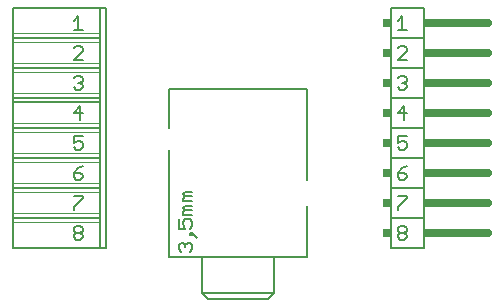
<source format=gbr>
G04 EAGLE Gerber X2 export*
G04 #@! %TF.Part,Single*
G04 #@! %TF.FileFunction,Legend,Top,1*
G04 #@! %TF.FilePolarity,Positive*
G04 #@! %TF.GenerationSoftware,Autodesk,EAGLE,9.0.0*
G04 #@! %TF.CreationDate,2019-08-08T19:06:15Z*
G75*
%MOMM*%
%FSLAX34Y34*%
%LPD*%
%AMOC8*
5,1,8,0,0,1.08239X$1,22.5*%
G01*
%ADD10C,0.152400*%
%ADD11C,0.127000*%
%ADD12C,0.050800*%
%ADD13C,0.660400*%
%ADD14R,0.762000X0.660400*%
%ADD15R,0.660400X0.660400*%


D10*
X274320Y5080D02*
X246380Y5080D01*
X274320Y147320D02*
X157480Y147320D01*
X185420Y5080D02*
X185420Y-25400D01*
X246380Y-25400D02*
X246380Y5080D01*
X185420Y5080D01*
X157480Y5080D01*
X185420Y-25400D02*
X190500Y-30480D01*
X241300Y-30480D02*
X246380Y-25400D01*
X241300Y-30480D02*
X190500Y-30480D01*
X185420Y-25400D02*
X246380Y-25400D01*
X274320Y5080D02*
X274320Y48260D01*
X274320Y69850D02*
X274320Y147320D01*
X157480Y147320D02*
X157480Y114300D01*
X157480Y95250D02*
X157480Y5080D01*
D11*
X165725Y11432D02*
X167632Y9525D01*
X165725Y11432D02*
X165725Y15245D01*
X167632Y17152D01*
X169539Y17152D01*
X171445Y15245D01*
X171445Y13338D01*
X171445Y15245D02*
X173352Y17152D01*
X175258Y17152D01*
X177165Y15245D01*
X177165Y11432D01*
X175258Y9525D01*
X180978Y21219D02*
X177165Y25032D01*
X175258Y25032D01*
X175258Y23126D01*
X177165Y23126D01*
X177165Y25032D01*
X165725Y29015D02*
X165725Y36641D01*
X165725Y29015D02*
X171445Y29015D01*
X169539Y32828D01*
X169539Y34735D01*
X171445Y36641D01*
X175258Y36641D01*
X177165Y34735D01*
X177165Y30922D01*
X175258Y29015D01*
X177165Y40709D02*
X169539Y40709D01*
X169539Y42616D01*
X171445Y44522D01*
X177165Y44522D01*
X171445Y44522D02*
X169539Y46429D01*
X171445Y48335D01*
X177165Y48335D01*
X177165Y52403D02*
X169539Y52403D01*
X169539Y54310D01*
X171445Y56216D01*
X177165Y56216D01*
X171445Y56216D02*
X169539Y58123D01*
X171445Y60029D01*
X177165Y60029D01*
D10*
X104140Y12700D02*
X99060Y12700D01*
X25400Y12700D01*
X25400Y34290D01*
X25400Y38100D01*
X25400Y41910D01*
X25400Y59690D01*
X25400Y63500D01*
X25400Y67310D01*
X25400Y85090D01*
X25400Y88900D01*
X25400Y92710D01*
X25400Y110490D01*
X25400Y114300D01*
X25400Y118110D01*
X25400Y135890D01*
X25400Y139700D02*
X99060Y139700D01*
X99060Y34290D02*
X99060Y12700D01*
X99060Y34290D02*
X99060Y38100D01*
X99060Y41910D01*
X99060Y59690D01*
X99060Y63500D01*
X99060Y67310D01*
X99060Y85090D01*
X99060Y88900D01*
X99060Y92710D01*
X99060Y110490D01*
X99060Y114300D01*
X99060Y118110D01*
X99060Y135890D01*
X99060Y139700D01*
X99060Y114300D02*
X25400Y114300D01*
X25400Y88900D02*
X99060Y88900D01*
X99060Y63500D02*
X25400Y63500D01*
X25400Y38100D02*
X99060Y38100D01*
D12*
X99060Y34290D02*
X25400Y34290D01*
X25400Y41910D02*
X99060Y41910D01*
X99060Y59690D02*
X25400Y59690D01*
X25400Y67310D02*
X99060Y67310D01*
X99060Y85090D02*
X25400Y85090D01*
X25400Y92710D02*
X99060Y92710D01*
X99060Y110490D02*
X25400Y110490D01*
X25400Y118110D02*
X99060Y118110D01*
D10*
X99060Y135890D02*
X25400Y135890D01*
X25400Y139700D01*
X25400Y143510D01*
D12*
X99060Y143510D01*
D10*
X104140Y215900D02*
X104140Y12700D01*
X25400Y143510D02*
X25400Y161290D01*
X25400Y165100D02*
X99060Y165100D01*
X99060Y143510D02*
X99060Y139700D01*
X99060Y143510D02*
X99060Y161290D01*
X99060Y165100D01*
D12*
X99060Y161290D02*
X25400Y161290D01*
D10*
X25400Y165100D01*
X25400Y168910D01*
X25400Y186690D01*
X25400Y190500D01*
X99060Y190500D01*
D12*
X99060Y168910D02*
X25400Y168910D01*
D10*
X99060Y168910D02*
X99060Y165100D01*
X99060Y168910D02*
X99060Y186690D01*
X99060Y190500D01*
X25400Y190500D02*
X25400Y194310D01*
X25400Y215900D01*
X99060Y215900D01*
X104140Y215900D01*
X99060Y194310D02*
X99060Y190500D01*
X99060Y194310D02*
X99060Y215900D01*
D12*
X99060Y194310D02*
X25400Y194310D01*
X25400Y186690D02*
X99060Y186690D01*
D11*
X84462Y172085D02*
X76835Y172085D01*
X84462Y179712D01*
X84462Y181618D01*
X82555Y183525D01*
X78742Y183525D01*
X76835Y181618D01*
X78742Y31125D02*
X76835Y29218D01*
X78742Y31125D02*
X82555Y31125D01*
X84462Y29218D01*
X84462Y27312D01*
X82555Y25405D01*
X84462Y23498D01*
X84462Y21592D01*
X82555Y19685D01*
X78742Y19685D01*
X76835Y21592D01*
X76835Y23498D01*
X78742Y25405D01*
X76835Y27312D01*
X76835Y29218D01*
X78742Y25405D02*
X82555Y25405D01*
X76835Y156218D02*
X78742Y158125D01*
X82555Y158125D01*
X84462Y156218D01*
X84462Y154312D01*
X82555Y152405D01*
X80648Y152405D01*
X82555Y152405D02*
X84462Y150498D01*
X84462Y148592D01*
X82555Y146685D01*
X78742Y146685D01*
X76835Y148592D01*
X82555Y132725D02*
X82555Y121285D01*
X76835Y127005D02*
X82555Y132725D01*
X84462Y127005D02*
X76835Y127005D01*
X76835Y107325D02*
X84462Y107325D01*
X76835Y107325D02*
X76835Y101605D01*
X80648Y103512D01*
X82555Y103512D01*
X84462Y101605D01*
X84462Y97792D01*
X82555Y95885D01*
X78742Y95885D01*
X76835Y97792D01*
X84462Y81925D02*
X80648Y80018D01*
X76835Y76205D01*
X76835Y72392D01*
X78742Y70485D01*
X82555Y70485D01*
X84462Y72392D01*
X84462Y74298D01*
X82555Y76205D01*
X76835Y76205D01*
X76835Y56525D02*
X84462Y56525D01*
X84462Y54618D01*
X76835Y46992D01*
X76835Y45085D01*
X76835Y205112D02*
X80648Y208925D01*
X80648Y197485D01*
X76835Y197485D02*
X84462Y197485D01*
D10*
X345440Y12700D02*
X373380Y12700D01*
X345440Y12700D02*
X345440Y38100D01*
X373380Y38100D02*
X373380Y12700D01*
X373380Y63500D02*
X345440Y63500D01*
X373380Y63500D02*
X373380Y88900D01*
X373380Y38100D02*
X345440Y38100D01*
X345440Y63500D01*
X373380Y63500D02*
X373380Y38100D01*
D13*
X381000Y76200D02*
X427990Y76200D01*
X427990Y50800D02*
X381000Y50800D01*
X381000Y25400D02*
X427990Y25400D01*
D10*
X345440Y63500D02*
X345440Y88900D01*
X345440Y114300D01*
X373380Y114300D01*
X345440Y114300D02*
X345440Y139700D01*
X373380Y139700D01*
X373380Y114300D01*
X373380Y88900D02*
X345440Y88900D01*
X373380Y88900D02*
X373380Y114300D01*
X345440Y139700D02*
X345440Y165100D01*
X373380Y165100D02*
X373380Y139700D01*
X373380Y190500D02*
X345440Y190500D01*
X345440Y215900D01*
X373380Y215900D01*
X373380Y190500D01*
X373380Y165100D02*
X345440Y165100D01*
X345440Y190500D01*
X373380Y190500D02*
X373380Y165100D01*
D13*
X381000Y203200D02*
X427990Y203200D01*
X427990Y177800D02*
X381000Y177800D01*
X381000Y152400D02*
X427990Y152400D01*
X427990Y127000D02*
X381000Y127000D01*
X381000Y101600D02*
X427990Y101600D01*
D11*
X351155Y205112D02*
X354968Y208925D01*
X354968Y197485D01*
X351155Y197485D02*
X358782Y197485D01*
X358782Y172085D02*
X351155Y172085D01*
X358782Y179712D01*
X358782Y181618D01*
X356875Y183525D01*
X353062Y183525D01*
X351155Y181618D01*
X353062Y158125D02*
X351155Y156218D01*
X353062Y158125D02*
X356875Y158125D01*
X358782Y156218D01*
X358782Y154312D01*
X356875Y152405D01*
X354968Y152405D01*
X356875Y152405D02*
X358782Y150498D01*
X358782Y148592D01*
X356875Y146685D01*
X353062Y146685D01*
X351155Y148592D01*
X356875Y132725D02*
X356875Y121285D01*
X351155Y127005D02*
X356875Y132725D01*
X358782Y127005D02*
X351155Y127005D01*
X351155Y107325D02*
X358782Y107325D01*
X351155Y107325D02*
X351155Y101605D01*
X354968Y103512D01*
X356875Y103512D01*
X358782Y101605D01*
X358782Y97792D01*
X356875Y95885D01*
X353062Y95885D01*
X351155Y97792D01*
X358782Y81925D02*
X354968Y80018D01*
X351155Y76205D01*
X351155Y72392D01*
X353062Y70485D01*
X356875Y70485D01*
X358782Y72392D01*
X358782Y74298D01*
X356875Y76205D01*
X351155Y76205D01*
X351155Y56525D02*
X358782Y56525D01*
X358782Y54618D01*
X351155Y46992D01*
X351155Y45085D01*
X353062Y31125D02*
X351155Y29218D01*
X353062Y31125D02*
X356875Y31125D01*
X358782Y29218D01*
X358782Y27312D01*
X356875Y25405D01*
X358782Y23498D01*
X358782Y21592D01*
X356875Y19685D01*
X353062Y19685D01*
X351155Y21592D01*
X351155Y23498D01*
X353062Y25405D01*
X351155Y27312D01*
X351155Y29218D01*
X353062Y25405D02*
X356875Y25405D01*
D14*
X377190Y76200D03*
X377190Y50800D03*
X377190Y25400D03*
X377190Y203200D03*
X377190Y177800D03*
X377190Y152400D03*
X377190Y127000D03*
X377190Y101600D03*
D15*
X342138Y25400D03*
X342138Y50800D03*
X342138Y76200D03*
X342138Y101600D03*
X342138Y127000D03*
X342138Y152400D03*
X342138Y177800D03*
X342138Y203200D03*
M02*

</source>
